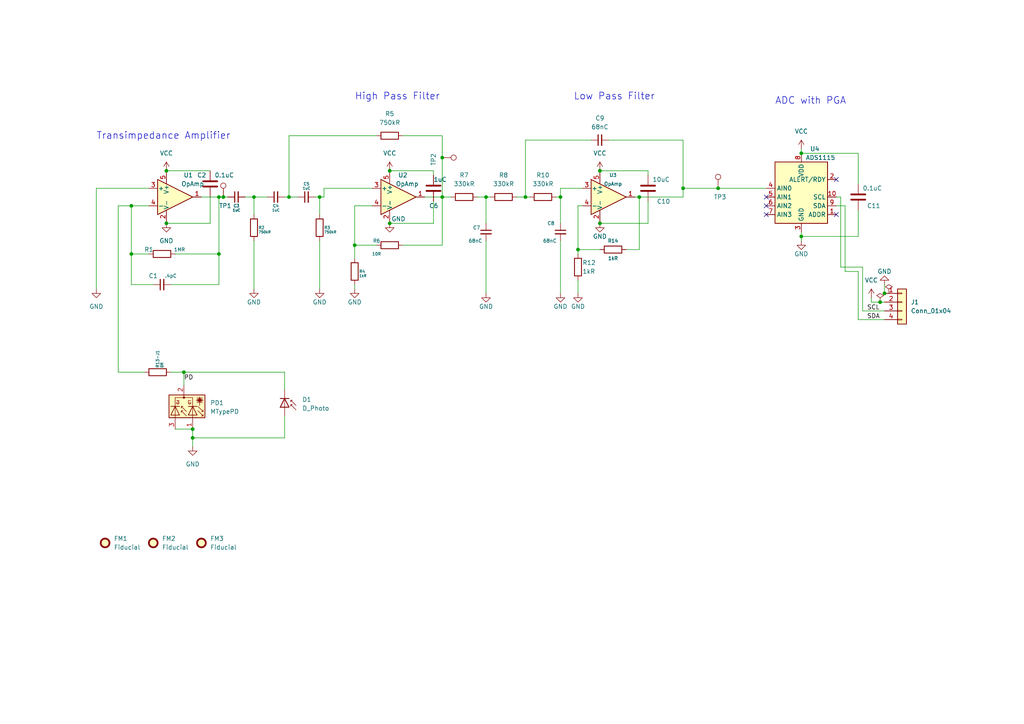
<source format=kicad_sch>
(kicad_sch (version 20250114) (generator "eeschema") (generator_version "9.0")
  (paper "A4")
  (title_block (title "Hemodilution PPG Circuit") (date "5/12/2025") (rev "A"))
  (lib_symbols
    (symbol "Amplifier_Operational:OPA842xDBV" (pin_names (offset 0.127))
      (property "Reference" "U" (at -1.27 6.35 0))
      (property "Value" "OPA842xDBV" (at -1.27 3.81 0))
      (symbol "OPA842xDBV_0_1"
        (polyline (pts (xy -5.08 5.08) (xy 5.08 0) (xy -5.08 -5.08) (xy -5.08 5.08)) (stroke (width 0.254)) (fill (type background)))
        (pin power_in line (at -2.54 7.62 270) (length 3.81) (name "V+") (number "5"))
        (pin power_in line (at -2.54 -7.62 90) (length 3.81) (name "V-") (number "2"))
      )
      (symbol "OPA842xDBV_1_1"
        (pin input line (at -7.62 2.54 0) (length 2.54) (name "+") (number "3"))
        (pin input line (at -7.62 -2.54 0) (length 2.54) (name "-") (number "4"))
        (pin output line (at 7.62 0 180) (length 2.54) (name "~") (number "1"))
      )
    )
    (symbol "Analog_ADC:ADS1115IDGS"
      (property "Reference" "U" (at 2.54 13.97 0))
      (property "Value" "ADS1115IDGS" (at 7.62 11.43 0))
      (symbol "ADS1115IDGS_0_1"
        (rectangle (start -7.62 10.16) (end 7.62 -7.62) (stroke (width 0.254)) (fill (type background)))
      )
      (symbol "ADS1115IDGS_1_1"
        (pin input line (at -10.16 2.54 0) (length 2.54) (name "AIN0") (number "4"))
        (pin input line (at -10.16 0 0) (length 2.54) (name "AIN1") (number "5"))
        (pin input line (at -10.16 -2.54 0) (length 2.54) (name "AIN2") (number "6"))
        (pin input line (at -10.16 -5.08 0) (length 2.54) (name "AIN3") (number "7"))
        (pin power_in line (at 0 12.7 270) (length 2.54) (name "VDD") (number "8"))
        (pin power_in line (at 0 -10.16 90) (length 2.54) (name "GND") (number "3"))
        (pin output line (at 10.16 5.08 180) (length 2.54) (name "ALERT/RDY") (number "2"))
        (pin input line (at 10.16 0 180) (length 2.54) (name "SCL") (number "10"))
        (pin bidirectional line (at 10.16 -2.54 180) (length 2.54) (name "SDA") (number "9"))
        (pin input line (at 10.16 -5.08 180) (length 2.54) (name "ADDR") (number "1"))
      )
    )
    (symbol "Connector:TestPoint" (pin_numbers (hide yes)) (pin_names (offset 0.762) (hide yes))
      (property "Reference" "TP" (at 0 6.858 0))
      (property "Value" "TestPoint" (at 0 5.08 0))
      (symbol "TestPoint_0_1"
        (circle (center 0 3.302) (radius 0.762))
      )
      (symbol "TestPoint_1_1"
        (pin passive line (at 0 0 90) (length 2.54) (name "1") (number "1"))
      )
    )
    (symbol "Connector_Generic:Conn_01x04" (pin_names (offset 1.016) (hide yes))
      (property "Reference" "J" (at 0 5.08 0))
      (property "Value" "Conn_01x04" (at 0 -7.62 0))
      (symbol "Conn_01x04_1_1"
        (rectangle (start -1.27 3.81) (end 1.27 -6.35) (stroke (width 0.254)) (fill (type background)))
        (rectangle (start -1.27 2.667) (end 0 2.413) (stroke (width 0.1524)))
        (rectangle (start -1.27 0.127) (end 0 -0.127) (stroke (width 0.1524)))
        (rectangle (start -1.27 -2.413) (end 0 -2.667) (stroke (width 0.1524)))
        (rectangle (start -1.27 -4.953) (end 0 -5.207) (stroke (width 0.1524)))
        (pin passive line (at -5.08 2.54 0) (length 3.81) (name "Pin_1") (number "1"))
        (pin passive line (at -5.08 0 0) (length 3.81) (name "Pin_2") (number "2"))
        (pin passive line (at -5.08 -2.54 0) (length 3.81) (name "Pin_3") (number "3"))
        (pin passive line (at -5.08 -5.08 0) (length 3.81) (name "Pin_4") (number "4"))
      )
    )
    (symbol "Device:C" (pin_numbers (hide yes)) (pin_names (offset 0.254))
      (property "Reference" "C" (at 0.635 2.54 0))
      (property "Value" "C" (at 0.635 -2.54 0))
      (symbol "C_0_1"
        (polyline (pts (xy -2.032 0.762) (xy 2.032 0.762)) (stroke (width 0.508)))
        (polyline (pts (xy -2.032 -0.762) (xy 2.032 -0.762)) (stroke (width 0.508)))
      )
      (symbol "C_1_1"
        (pin passive line (at 0 3.81 270) (length 2.794) (name "~") (number "1"))
        (pin passive line (at 0 -3.81 90) (length 2.794) (name "~") (number "2"))
      )
    )
    (symbol "Device:C_Small" (pin_numbers (hide yes)) (pin_names (offset 0.254) (hide yes))
      (property "Reference" "C" (at 0.254 1.778 0))
      (property "Value" "C_Small" (at 0.254 -2.032 0))
      (symbol "C_Small_0_1"
        (polyline (pts (xy -1.524 0.508) (xy 1.524 0.508)) (stroke (width 0.3048)))
        (polyline (pts (xy -1.524 -0.508) (xy 1.524 -0.508)) (stroke (width 0.3302)))
      )
      (symbol "C_Small_1_1"
        (pin passive line (at 0 2.54 270) (length 2.032) (name "~") (number "1"))
        (pin passive line (at 0 -2.54 90) (length 2.032) (name "~") (number "2"))
      )
    )
    (symbol "Device:D_Laser_Photo_MType" (pin_names (hide yes))
      (property "Reference" "LD" (at 1.016 7.112 0))
      (property "Value" "D_Laser_Photo_MType" (at 1.016 -5.588 0))
      (symbol "D_Laser_Photo_MType_0_1"
        (polyline (pts (xy -2.54 0) (xy -1.524 0)))
        (polyline (pts (xy -1.524 5.334) (xy 0 3.81)))
        (polyline (pts (xy -1.524 4.826) (xy 0 4.318)))
        (polyline (pts (xy -1.524 4.318) (xy 0 4.826)))
        (polyline (pts (xy -1.524 3.81) (xy 0 5.334)))
        (circle (center -1.524 0) (radius 0.254) (fill (type outline)))
        (polyline (pts (xy -1.016 5.334) (xy -0.508 3.81)))
        (polyline (pts (xy -0.762 4.572) (xy -0.762 5.588)))
        (polyline (pts (xy -0.762 4.572) (xy -0.762 3.556)))
        (polyline (pts (xy -0.635 2.032) (xy -0.635 1.27) (xy -0.254 1.27)))
        (polyline (pts (xy -0.635 -1.397) (xy -0.635 -2.159)))
        (arc (start -0.508 -1.397) (mid -0.3298 -1.5875) (end -0.508 -1.778))
        (polyline (pts (xy -0.508 5.334) (xy -1.016 3.81)))
        (arc (start 0 2.032) (mid 0.3794 1.651) (end 0 1.27))
        (arc (start 0 -1.397) (mid 0.3794 -1.778) (end 0 -2.159))
        (polyline (pts (xy 0 2.032) (xy 0 1.27)))
        (polyline (pts (xy 0 -1.397) (xy 0 -2.159)))
        (polyline (pts (xy 0.762 4.572) (xy -1.778 4.572)))
        (polyline (pts (xy 1.016 4.064) (xy 2.54 5.588) (xy 2.54 5.08) (xy 2.54 5.588) (xy 2.032 5.588)))
        (polyline (pts (xy 1.016 3.81) (xy 1.016 1.27)) (stroke (width 0.2032)))
        (polyline (pts (xy 1.016 -0.762) (xy 1.524 -0.762)))
        (polyline (pts (xy 1.016 -1.27) (xy 1.016 -3.81)) (stroke (width 0.2032)))
        (polyline (pts (xy 2.286 4.064) (xy 3.81 5.588) (xy 3.81 5.08)))
        (polyline (pts (xy 2.54 0.762) (xy 1.016 -0.762) (xy 1.016 -0.254)))
        (polyline (pts (xy 3.556 3.81) (xy 3.556 1.27) (xy 1.016 2.54) (xy 3.556 3.81)) (stroke (width 0.2032)))
        (polyline (pts (xy 3.556 -1.27) (xy 3.556 -3.81) (xy 1.016 -2.54) (xy 3.556 -1.27)) (stroke (width 0.2032)))
        (polyline (pts (xy 3.81 5.588) (xy 3.302 5.588)))
        (polyline (pts (xy 3.81 0.762) (xy 2.286 -0.762) (xy 2.286 -0.254) (xy 2.286 -0.762) (xy 2.794 -0.762)))
        (rectangle (start 4.318 6.096) (end -2.286 -4.318) (stroke (width 0.254)) (fill (type background)))
        (polyline (pts (xy 5.08 2.54) (xy -1.524 2.54) (xy -1.524 -2.54) (xy 5.08 -2.54)))
      )
      (symbol "D_Laser_Photo_MType_1_1"
        (pin passive line (at -5.08 0 0) (length 2.54) (name "~") (number "2"))
        (pin passive line (at 7.62 2.54 180) (length 2.54) (name "~") (number "1"))
        (pin passive line (at 7.62 -2.54 180) (length 2.54) (name "~") (number "3"))
      )
    )
    (symbol "Device:D_Photo" (pin_numbers (hide yes)) (pin_names (hide yes))
      (property "Reference" "D" (at 0.508 1.778 0))
      (property "Value" "D_Photo" (at -1.016 -2.794 0))
      (symbol "D_Photo_0_1"
        (polyline (pts (xy -2.54 1.27) (xy -2.54 -1.27)) (stroke (width 0.254)))
        (polyline (pts (xy -2.032 1.778) (xy -1.524 1.778)))
        (polyline (pts (xy -0.508 3.302) (xy -2.032 1.778) (xy -2.032 2.286)))
        (polyline (pts (xy 0 0) (xy -2.54 0)))
        (polyline (pts (xy 0 -1.27) (xy 0 1.27) (xy -2.54 0) (xy 0 -1.27)) (stroke (width 0.254)))
        (polyline (pts (xy 0.762 3.302) (xy -0.762 1.778) (xy -0.762 2.286) (xy -0.762 1.778) (xy -0.254 1.778)))
      )
      (symbol "D_Photo_1_1"
        (pin passive line (at -5.08 0 0) (length 2.54) (name "K") (number "1"))
        (pin passive line (at 2.54 0 180) (length 2.54) (name "A") (number "2"))
      )
    )
    (symbol "Device:R" (pin_numbers (hide yes)) (pin_names (offset 0))
      (property "Reference" "R" (at 2.032 0 90))
      (property "Value" "R" (at 0 0 90))
      (symbol "R_0_1"
        (rectangle (start -1.016 -2.54) (end 1.016 2.54) (stroke (width 0.254)))
      )
      (symbol "R_1_1"
        (pin passive line (at 0 3.81 270) (length 1.27) (name "~") (number "1"))
        (pin passive line (at 0 -3.81 90) (length 1.27) (name "~") (number "2"))
      )
    )
    (symbol "Mechanical:Fiducial"
      (property "Reference" "FID" (at 0 5.08 0))
      (property "Value" "Fiducial" (at 0 3.175 0))
      (symbol "Fiducial_0_1"
        (circle (center 0 0) (radius 1.27) (stroke (width 0.508)) (fill (type background)))
      )
    )
    (symbol "power:GND" (power) (pin_names (offset 0))
      (property "Value" "GND" (at 0 -3.81 0))
      (symbol "GND_0_1"
        (polyline (pts (xy 0 0) (xy 0 -1.27) (xy 1.27 -1.27) (xy 0 -2.54) (xy -1.27 -1.27) (xy 0 -1.27)))
      )
      (symbol "GND_1_1"
        (pin power_in line (at 0 0 270) (length 0) (hide yes) (name "GND") (number "1"))
      )
    )
    (symbol "power:PWR_FLAG" (power) (pin_numbers (hide yes)) (pin_names (offset 0) (hide yes))
      (property "Value" "PWR_FLAG" (at 0 3.81 0))
      (symbol "PWR_FLAG_0_0"
        (pin power_out line (at 0 0 90) (length 0) (name "pwr") (number "1"))
      )
      (symbol "PWR_FLAG_0_1"
        (polyline (pts (xy 0 0) (xy 0 1.27) (xy -1.016 1.905) (xy 0 2.54) (xy 1.016 1.905) (xy 0 1.27)))
      )
    )
    (symbol "power:VCC" (power) (pin_names (offset 0))
      (property "Value" "VCC" (at 0 3.81 0))
      (symbol "VCC_0_1"
        (polyline (pts (xy -0.762 1.27) (xy 0 2.54)))
        (polyline (pts (xy 0 2.54) (xy 0.762 1.27)))
        (polyline (pts (xy 0 0) (xy 0 2.54)))
      )
      (symbol "VCC_1_1"
        (pin power_in line (at 0 0 90) (length 0) (hide yes) (name "VCC") (number "1"))
      )
    )
  )
  (text "High Pass Filter" (at 102.87 29.21 0) (effects (font (size 2 2)) (justify left bottom)))
  (text "ADC with PGA" (at 224.79 30.48 0) (effects (font (size 2 2)) (justify left bottom)))
  (text "Low Pass Filter" (at 166.37 29.21 0) (effects (font (size 2 2)) (justify left bottom)))
  (text "Transimpedance Amplifier" (at 27.94 40.64 0) (effects (font (size 2 2)) (justify left bottom)))
  (junction (at 198.12 54.61))
  (junction (at 64.77 57.15))
  (junction (at 53.34 107.95))
  (junction (at 48.26 64.77))
  (junction (at 162.56 57.15))
  (junction (at 152.4 57.15))
  (junction (at 102.87 71.12))
  (junction (at 38.1 59.69))
  (junction (at 256.54 85.09))
  (junction (at 208.28 54.61))
  (junction (at 128.27 45.72))
  (junction (at 113.03 49.53))
  (junction (at 92.71 57.15))
  (junction (at 55.88 124.46))
  (junction (at 173.99 49.53))
  (junction (at 232.41 44.45))
  (junction (at 232.41 68.58))
  (junction (at 185.42 57.15))
  (junction (at 173.99 64.77))
  (junction (at 128.27 57.15))
  (junction (at 167.64 72.39))
  (junction (at 113.03 64.77))
  (junction (at 73.66 57.15))
  (junction (at 63.5 57.15))
  (junction (at 140.97 57.15))
  (junction (at 255.27 87.63))
  (junction (at 38.1 73.66))
  (junction (at 48.26 49.53))
  (junction (at 83.82 57.15))
  (junction (at 55.88 127))
  (junction (at 63.5 73.66))
  (no_connect (at 222.25 57.15))
  (no_connect (at 222.25 59.69))
  (no_connect (at 222.25 62.23))
  (no_connect (at 242.57 62.23))
  (no_connect (at 242.57 52.07))
  (wire (pts (xy 53.34 107.95) (xy 53.34 111.76)))
  (wire (pts (xy 130.81 57.15) (xy 128.27 57.15)))
  (wire (pts (xy 187.96 49.53) (xy 187.96 50.8)))
  (wire (pts (xy 198.12 40.64) (xy 198.12 54.61)))
  (wire (pts (xy 60.96 57.15) (xy 60.96 64.77)))
  (wire (pts (xy 102.87 74.93) (xy 102.87 71.12)))
  (wire (pts (xy 162.56 57.15) (xy 162.56 64.77)))
  (wire (pts (xy 91.44 57.15) (xy 92.71 57.15)))
  (wire (pts (xy 123.19 57.15) (xy 128.27 57.15)))
  (wire (pts (xy 63.5 57.15) (xy 63.5 73.66)))
  (wire (pts (xy 53.34 107.95) (xy 82.55 107.95)))
  (wire (pts (xy 256.54 85.09) (xy 257.81 85.09)))
  (wire (pts (xy 102.87 71.12) (xy 102.87 59.69)))
  (wire (pts (xy 38.1 73.66) (xy 38.1 82.55)))
  (wire (pts (xy 34.29 59.69) (xy 34.29 107.95)))
  (wire (pts (xy 167.64 72.39) (xy 167.64 59.69)))
  (wire (pts (xy 128.27 45.72) (xy 128.27 57.15)))
  (wire (pts (xy 73.66 57.15) (xy 77.47 57.15)))
  (wire (pts (xy 162.56 57.15) (xy 162.56 54.61)))
  (wire (pts (xy 125.73 64.77) (xy 125.73 58.42)))
  (wire (pts (xy 245.11 59.69) (xy 245.11 78.74)))
  (wire (pts (xy 55.88 127) (xy 55.88 129.54)))
  (wire (pts (xy 250.19 77.47) (xy 250.19 90.17)))
  (wire (pts (xy 82.55 107.95) (xy 82.55 113.03)))
  (wire (pts (xy 167.64 85.09) (xy 167.64 81.28)))
  (wire (pts (xy 82.55 57.15) (xy 83.82 57.15)))
  (wire (pts (xy 140.97 57.15) (xy 140.97 64.77)))
  (wire (pts (xy 55.88 124.46) (xy 55.88 127)))
  (wire (pts (xy 38.1 59.69) (xy 43.18 59.69)))
  (wire (pts (xy 184.15 57.15) (xy 185.42 57.15)))
  (wire (pts (xy 198.12 57.15) (xy 198.12 54.61)))
  (wire (pts (xy 113.03 64.77) (xy 125.73 64.77)))
  (wire (pts (xy 208.28 54.61) (xy 222.25 54.61)))
  (wire (pts (xy 198.12 54.61) (xy 208.28 54.61)))
  (wire (pts (xy 232.41 43.18) (xy 232.41 44.45)))
  (wire (pts (xy 140.97 57.15) (xy 142.24 57.15)))
  (wire (pts (xy 167.64 72.39) (xy 173.99 72.39)))
  (wire (pts (xy 245.11 78.74) (xy 248.92 78.74)))
  (wire (pts (xy 83.82 39.37) (xy 109.22 39.37)))
  (wire (pts (xy 71.12 57.15) (xy 73.66 57.15)))
  (wire (pts (xy 256.54 82.55) (xy 256.54 85.09)))
  (wire (pts (xy 161.29 57.15) (xy 162.56 57.15)))
  (wire (pts (xy 248.92 44.45) (xy 232.41 44.45)))
  (wire (pts (xy 102.87 82.55) (xy 102.87 83.82)))
  (wire (pts (xy 102.87 71.12) (xy 109.22 71.12)))
  (wire (pts (xy 50.8 124.46) (xy 55.88 124.46)))
  (wire (pts (xy 102.87 59.69) (xy 107.95 59.69)))
  (wire (pts (xy 152.4 40.64) (xy 152.4 57.15)))
  (wire (pts (xy 83.82 39.37) (xy 83.82 57.15)))
  (wire (pts (xy 113.03 49.53) (xy 125.73 49.53)))
  (wire (pts (xy 252.73 86.36) (xy 252.73 87.63)))
  (wire (pts (xy 34.29 107.95) (xy 41.91 107.95)))
  (wire (pts (xy 167.64 59.69) (xy 168.91 59.69)))
  (wire (pts (xy 176.53 40.64) (xy 198.12 40.64)))
  (wire (pts (xy 38.1 82.55) (xy 44.45 82.55)))
  (wire (pts (xy 153.67 57.15) (xy 152.4 57.15)))
  (wire (pts (xy 48.26 49.53) (xy 60.96 49.53)))
  (wire (pts (xy 92.71 57.15) (xy 92.71 62.23)))
  (wire (pts (xy 34.29 59.69) (xy 38.1 59.69)))
  (wire (pts (xy 64.77 57.15) (xy 63.5 57.15)))
  (wire (pts (xy 82.55 120.65) (xy 82.55 127)))
  (wire (pts (xy 55.88 127) (xy 82.55 127)))
  (wire (pts (xy 243.84 77.47) (xy 250.19 77.47)))
  (wire (pts (xy 64.77 57.15) (xy 66.04 57.15)))
  (wire (pts (xy 242.57 59.69) (xy 245.11 59.69)))
  (wire (pts (xy 243.84 57.15) (xy 243.84 77.47)))
  (wire (pts (xy 250.19 90.17) (xy 256.54 90.17)))
  (wire (pts (xy 128.27 71.12) (xy 128.27 57.15)))
  (wire (pts (xy 125.73 49.53) (xy 125.73 50.8)))
  (wire (pts (xy 173.99 64.77) (xy 187.96 64.77)))
  (wire (pts (xy 232.41 68.58) (xy 232.41 67.31)))
  (wire (pts (xy 92.71 69.85) (xy 92.71 83.82)))
  (wire (pts (xy 138.43 57.15) (xy 140.97 57.15)))
  (wire (pts (xy 50.8 73.66) (xy 63.5 73.66)))
  (wire (pts (xy 232.41 68.58) (xy 232.41 69.85)))
  (wire (pts (xy 73.66 69.85) (xy 73.66 83.82)))
  (wire (pts (xy 248.92 78.74) (xy 248.92 92.71)))
  (wire (pts (xy 58.42 57.15) (xy 63.5 57.15)))
  (wire (pts (xy 53.34 107.95) (xy 49.53 107.95)))
  (wire (pts (xy 162.56 69.85) (xy 162.56 85.09)))
  (wire (pts (xy 38.1 59.69) (xy 38.1 73.66)))
  (wire (pts (xy 60.96 64.77) (xy 48.26 64.77)))
  (wire (pts (xy 38.1 73.66) (xy 43.18 73.66)))
  (wire (pts (xy 140.97 69.85) (xy 140.97 85.09)))
  (wire (pts (xy 243.84 57.15) (xy 242.57 57.15)))
  (wire (pts (xy 248.92 92.71) (xy 256.54 92.71)))
  (wire (pts (xy 93.98 54.61) (xy 107.95 54.61)))
  (wire (pts (xy 27.94 54.61) (xy 43.18 54.61)))
  (wire (pts (xy 181.61 72.39) (xy 185.42 72.39)))
  (wire (pts (xy 248.92 60.96) (xy 248.92 68.58)))
  (wire (pts (xy 185.42 72.39) (xy 185.42 57.15)))
  (wire (pts (xy 252.73 87.63) (xy 255.27 87.63)))
  (wire (pts (xy 248.92 68.58) (xy 232.41 68.58)))
  (wire (pts (xy 187.96 64.77) (xy 187.96 58.42)))
  (wire (pts (xy 83.82 57.15) (xy 86.36 57.15)))
  (wire (pts (xy 248.92 44.45) (xy 248.92 53.34)))
  (wire (pts (xy 116.84 71.12) (xy 128.27 71.12)))
  (wire (pts (xy 162.56 54.61) (xy 168.91 54.61)))
  (wire (pts (xy 255.27 87.63) (xy 256.54 87.63)))
  (wire (pts (xy 116.84 39.37) (xy 128.27 39.37)))
  (wire (pts (xy 92.71 57.15) (xy 93.98 57.15)))
  (wire (pts (xy 167.64 73.66) (xy 167.64 72.39)))
  (wire (pts (xy 63.5 82.55) (xy 63.5 73.66)))
  (wire (pts (xy 27.94 83.82) (xy 27.94 54.61)))
  (wire (pts (xy 173.99 49.53) (xy 187.96 49.53)))
  (wire (pts (xy 171.45 40.64) (xy 152.4 40.64)))
  (wire (pts (xy 152.4 57.15) (xy 149.86 57.15)))
  (wire (pts (xy 93.98 57.15) (xy 93.98 54.61)))
  (wire (pts (xy 185.42 57.15) (xy 198.12 57.15)))
  (wire (pts (xy 73.66 57.15) (xy 73.66 62.23)))
  (wire (pts (xy 128.27 39.37) (xy 128.27 45.72)))
  (wire (pts (xy 49.53 82.55) (xy 63.5 82.55)))
  (label "SCL" (at 251.46 90.17 0))
  (label "PD" (at 53.34 110.49 0))
  (label "SDA" (at 251.46 92.71 0))
  (symbol (lib_id "Connector_Generic:Conn_01x04") (at 261.62 87.63 0) (unit 1)
    (property "Reference" "J1" (at 264.16 87.63 0) (effects (justify left)))
    (property "Value" "Conn_01x04" (at 264.16 90.17 0) (effects (justify left)))
    (property "Footprint" "Connector_PinSocket_2.54mm:PinSocket_1x04_P2.54mm_Vertical" (effects (hide yes)))
  )
  (symbol (lib_id "power:GND") (at 162.56 85.09 0) (unit 1)
    (property "Reference" "#PWR013" (effects (hide yes)))
    (property "Value" "GND" (at 162.56 88.9 0))
  )
  (symbol (lib_id "power:VCC") (at 173.99 49.53 0) (unit 1)
    (property "Reference" "#PWR016" (effects (hide yes)))
    (property "Value" "VCC" (at 173.99 44.45 0))
  )
  (symbol (lib_id "power:GND") (at 48.26 64.77 0) (unit 1)
    (property "Reference" "#PWR03" (effects (hide yes)))
    (property "Value" "GND" (at 48.26 69.85 0))
  )
  (symbol (lib_id "Device:C") (at 125.73 54.61 0) (unit 1)
    (property "Reference" "C6" (at 124.46 59.69 0) (effects (justify left)))
    (property "Value" "1uC" (at 125.73 52.07 0) (effects (justify left)))
    (property "Footprint" "Capacitor_SMD:C_0603_1608Metric" (effects (hide yes)))
  )
  (symbol (lib_id "power:VCC") (at 232.41 43.18 0) (unit 1)
    (property "Reference" "#PWR021" (effects (hide yes)))
    (property "Value" "VCC" (at 232.41 38.1 0))
  )
  (symbol (lib_id "Device:C_Small") (at 68.58 57.15 90) (unit 1)
    (property "Reference" "C3" (at 68.58 59.69 90) (effects (font (size 0.85 0.85))))
    (property "Value" "1uC" (at 68.58 60.96 90) (effects (font (size 0.75 0.75))))
    (property "Footprint" "Capacitor_SMD:C_0603_1608Metric" (effects (hide yes)))
  )
  (symbol (lib_id "Device:C") (at 187.96 54.61 0) (unit 1)
    (property "Reference" "C10" (at 190.5 58.42 0) (effects (justify left)))
    (property "Value" "10uC" (at 189.23 52.07 0) (effects (justify left)))
    (property "Footprint" "Capacitor_SMD:C_0603_1608Metric" (effects (hide yes)))
  )
  (symbol (lib_id "Device:R") (at 92.71 66.04 0) (unit 1)
    (property "Reference" "R3" (at 93.98 66.04 0) (effects (font (size 0.85 0.85)) (justify left)))
    (property "Value" "750kR" (at 93.98 67.31 0) (effects (font (size 0.75 0.75)) (justify left)))
    (property "Footprint" "Resistor_SMD:R_0603_1608Metric" (effects (hide yes)))
  )
  (symbol (lib_id "Mechanical:Fiducial") (at 44.45 157.48 0) (unit 1)
    (property "Reference" "FM2" (at 46.99 156.21 0) (effects (justify left)))
    (property "Value" "Fiducial" (at 46.99 158.75 0) (effects (justify left)))
    (property "Footprint" "Fiducial:Fiducial_1mm_Mask2mm" (effects (hide yes)))
  )
  (symbol (lib_id "Device:C_Small") (at 140.97 67.31 0) (unit 1)
    (property "Reference" "C7" (at 137.16 66.04 0) (effects (font (size 1 1)) (justify left)))
    (property "Value" "68nC" (at 135.89 69.85 0) (effects (font (size 1 1)) (justify left)))
    (property "Footprint" "Capacitor_SMD:C_0603_1608Metric" (effects (hide yes)))
  )
  (symbol (lib_id "Connector:TestPoint") (at 64.77 57.15 0) (unit 1)
    (property "Reference" "TP1" (at 63.5 59.69 0) (effects (justify left)))
    (property "Value" "TestPoint" (effects (hide yes)))
    (property "Footprint" "TestPoint:TestPoint_Keystone_5000-5004_Miniature" (effects (hide yes)))
  )
  (symbol (lib_id "power:VCC") (at 48.26 49.53 0) (unit 1)
    (property "Reference" "#PWR02" (effects (hide yes)))
    (property "Value" "VCC" (at 48.26 44.45 0))
  )
  (symbol (lib_id "Device:C_Small") (at 162.56 67.31 0) (unit 1)
    (property "Reference" "C8" (at 158.75 64.77 0) (effects (font (size 1 1)) (justify left)))
    (property "Value" "68nC" (at 157.48 69.85 0) (effects (font (size 1 1)) (justify left)))
    (property "Footprint" "Capacitor_SMD:C_0603_1608Metric" (effects (hide yes)))
  )
  (symbol (lib_id "Device:R") (at 177.8 72.39 90) (unit 1)
    (property "Reference" "R14" (at 177.8 69.85 90) (effects (font (size 1 1))))
    (property "Value" "1kR" (at 177.8 74.93 90) (effects (font (size 1 1))))
    (property "Footprint" "Resistor_SMD:R_0603_1608Metric" (effects (hide yes)))
  )
  (symbol (lib_id "power:GND") (at 113.03 64.77 0) (unit 1)
    (property "Reference" "#PWR09" (effects (hide yes)))
    (property "Value" "GND" (at 115.57 63.5 0))
  )
  (symbol (lib_id "power:GND") (at 27.94 83.82 0) (unit 1)
    (property "Reference" "#PWR01" (effects (hide yes)))
    (property "Value" "GND" (at 27.94 88.9 0))
  )
  (symbol (lib_id "Amplifier_Operational:OPA842xDBV") (at 176.53 57.15 0) (unit 1)
    (property "Reference" "U3" (at 177.8 50.8 0) (effects (font (size 1 1))))
    (property "Value" "OpAmp" (at 177.8 53.34 0) (effects (font (size 1 1))))
    (property "Footprint" "Package_TO_SOT_SMD:SOT-23-5" (effects (hide yes)))
    (property "Datasheet" "https://www.st.com/resource/en/datasheet/tsv7721.pdf" (effects (hide yes)))
  )
  (symbol (lib_id "Device:R") (at 113.03 71.12 90) (unit 1)
    (property "Reference" "R6" (at 109.22 69.85 90) (effects (font (size 1 1))))
    (property "Value" "10R" (at 109.22 73.66 90) (effects (font (size 0.85 0.85))))
    (property "Footprint" "Resistor_SMD:R_0603_1608Metric" (effects (hide yes)))
  )
  (symbol (lib_id "power:GND") (at 173.99 64.77 0) (unit 1)
    (property "Reference" "#PWR017" (effects (hide yes)))
    (property "Value" "GND" (at 173.99 68.58 0))
  )
  (symbol (lib_id "Device:C_Small") (at 88.9 57.15 90) (unit 1)
    (property "Reference" "C5" (at 88.9 53.34 90) (effects (font (size 0.85 0.85))))
    (property "Value" "1uC" (at 88.9 54.61 90) (effects (font (size 0.75 0.75))))
    (property "Footprint" "Capacitor_SMD:C_0603_1608Metric" (effects (hide yes)))
  )
  (symbol (lib_id "power:GND") (at 256.54 82.55 180) (unit 1)
    (property "Reference" "#PWR023" (effects (hide yes)))
    (property "Value" "GND" (at 256.54 78.74 0))
  )
  (symbol (lib_id "Connector:TestPoint") (at 208.28 54.61 0) (unit 1)
    (property "Reference" "TP3" (at 207.01 57.15 0) (effects (justify left)))
    (property "Value" "TestPoint" (effects (hide yes)))
    (property "Footprint" "TestPoint:TestPoint_Keystone_5000-5004_Miniature" (effects (hide yes)))
  )
  (symbol (lib_id "Device:C_Small") (at 46.99 82.55 90) (unit 1)
    (property "Reference" "C1" (at 44.45 80.01 90))
    (property "Value" ".4pC" (at 49.53 80.01 90) (effects (font (size 1 1))))
    (property "Footprint" "Capacitor_SMD:C_0603_1608Metric" (effects (hide yes)))
  )
  (symbol (lib_id "Connector:TestPoint") (at 128.27 45.72 270) (unit 1)
    (property "Reference" "TP2" (at 125.73 44.45 0) (effects (justify left)))
    (property "Value" "TestPoint" (effects (hide yes)))
    (property "Footprint" "TestPoint:TestPoint_Keystone_5000-5004_Miniature" (effects (hide yes)))
  )
  (symbol (lib_id "Device:R") (at 167.64 77.47 0) (unit 1)
    (property "Reference" "R12" (at 168.91 76.2 0) (effects (justify left)))
    (property "Value" "1kR" (at 168.91 78.74 0) (effects (justify left)))
    (property "Footprint" "Resistor_SMD:R_0603_1608Metric" (effects (hide yes)))
  )
  (symbol (lib_id "power:GND") (at 232.41 69.85 0) (unit 1)
    (property "Reference" "#PWR022" (effects (hide yes)))
    (property "Value" "GND" (at 232.41 73.66 0))
  )
  (symbol (lib_id "Device:R") (at 102.87 78.74 0) (unit 1)
    (property "Reference" "R4" (at 104.14 78.74 0) (effects (font (size 0.85 0.85)) (justify left)))
    (property "Value" "1kR" (at 104.14 80.01 0) (effects (font (size 0.75 0.75)) (justify left)))
    (property "Footprint" "Resistor_SMD:R_0603_1608Metric" (effects (hide yes)))
  )
  (symbol (lib_id "Amplifier_Operational:OPA842xDBV") (at 115.57 57.15 0) (unit 1)
    (property "Reference" "U2" (at 116.84 50.8 0))
    (property "Value" "OpAmp" (at 118.11 53.34 0))
    (property "Footprint" "Package_TO_SOT_SMD:SOT-23-5" (effects (hide yes)))
    (property "Datasheet" "https://www.st.com/resource/en/datasheet/tsv7721.pdf" (effects (hide yes)))
  )
  (symbol (lib_id "power:GND") (at 55.88 129.54 0) (unit 1)
    (property "Reference" "#PWR04" (effects (hide yes)))
    (property "Value" "GND" (at 55.88 134.62 0))
  )
  (symbol (lib_id "power:GND") (at 140.97 85.09 0) (unit 1)
    (property "Reference" "#PWR010" (effects (hide yes)))
    (property "Value" "GND" (at 140.97 88.9 0))
  )
  (symbol (lib_id "power:PWR_FLAG") (at 255.27 87.63 0) (unit 1)
    (property "Reference" "#FLG01" (effects (hide yes)))
    (property "Value" "PWR_FLAG" (effects (hide yes)))
  )
  (symbol (lib_id "Device:D_Laser_Photo_MType") (at 53.34 116.84 270) (unit 1)
    (property "Reference" "PD1" (at 60.96 116.84 90) (effects (justify left)))
    (property "Value" "MTypePD" (at 60.96 119.38 90) (effects (justify left)))
    (property "Footprint" "ppg:FGA21" (effects (hide yes)))
    (property "Datasheet" "https://www.thorlabs.com/thorProduct.cfm?partNumber=FGA21" (effects (hide yes)))
  )
  (symbol (lib_id "Device:R") (at 73.66 66.04 0) (unit 1)
    (property "Reference" "R2" (at 74.93 66.04 0) (effects (font (size 0.85 0.85)) (justify left)))
    (property "Value" "750kR" (at 74.93 67.31 0) (effects (font (size 0.75 0.75)) (justify left)))
    (property "Footprint" "Resistor_SMD:R_0603_1608Metric" (effects (hide yes)))
  )
  (symbol (lib_id "power:VCC") (at 252.73 86.36 0) (unit 1)
    (property "Reference" "#PWR025" (effects (hide yes)))
    (property "Value" "VCC" (at 252.73 81.28 0))
  )
  (symbol (lib_id "power:GND") (at 167.64 85.09 0) (unit 1)
    (property "Reference" "#PWR014" (effects (hide yes)))
    (property "Value" "GND" (at 167.64 88.9 0))
  )
  (symbol (lib_id "Mechanical:Fiducial") (at 58.42 157.48 0) (unit 1)
    (property "Reference" "FM3" (at 60.96 156.21 0) (effects (justify left)))
    (property "Value" "Fiducial" (at 60.96 158.75 0) (effects (justify left)))
    (property "Footprint" "Fiducial:Fiducial_1mm_Mask2mm" (effects (hide yes)))
  )
  (symbol (lib_id "power:PWR_FLAG") (at 257.81 85.09 0) (unit 1)
    (property "Reference" "#FLG02" (effects (hide yes)))
    (property "Value" "PWR_FLAG" (effects (hide yes)))
  )
  (symbol (lib_id "power:GND") (at 92.71 83.82 0) (unit 1)
    (property "Reference" "#PWR06" (effects (hide yes)))
    (property "Value" "GND" (at 92.71 87.63 0))
  )
  (symbol (lib_id "power:VCC") (at 113.03 49.53 0) (unit 1)
    (property "Reference" "#PWR08" (effects (hide yes)))
    (property "Value" "VCC" (at 113.03 44.45 0))
  )
  (symbol (lib_id "Device:C_Small") (at 80.01 57.15 90) (unit 1)
    (property "Reference" "C4" (at 80.01 59.69 90) (effects (font (size 0.85 0.85))))
    (property "Value" "1uC" (at 80.01 60.96 90) (effects (font (size 0.75 0.75))))
    (property "Footprint" "Capacitor_SMD:C_0603_1608Metric" (effects (hide yes)))
  )
  (symbol (lib_id "Device:R") (at 157.48 57.15 90) (unit 1)
    (property "Reference" "R10" (at 157.48 50.8 90))
    (property "Value" "330kR" (at 157.48 53.34 90))
    (property "Footprint" "Resistor_SMD:R_0603_1608Metric" (effects (hide yes)))
  )
  (symbol (lib_id "Mechanical:Fiducial") (at 30.48 157.48 0) (unit 1)
    (property "Reference" "FM1" (at 33.02 156.21 0) (effects (justify left)))
    (property "Value" "Fiducial" (at 33.02 158.75 0) (effects (justify left)))
    (property "Footprint" "Fiducial:Fiducial_1mm_Mask2mm" (effects (hide yes)))
  )
  (symbol (lib_id "Device:R") (at 45.72 107.95 90) (unit 1)
    (property "Reference" "R13-J1" (at 45.72 106.68 0) (effects (font (size 0.85 0.85)) (justify left)))
    (property "Value" "0R" (at 46.99 106.68 0) (effects (font (size 0.75 0.75)) (justify left)))
    (property "Footprint" "Resistor_SMD:R_0603_1608Metric" (effects (hide yes)))
  )
  (symbol (lib_id "Device:R") (at 134.62 57.15 90) (unit 1)
    (property "Reference" "R7" (at 134.62 50.8 90))
    (property "Value" "330kR" (at 134.62 53.34 90))
    (property "Footprint" "Resistor_SMD:R_0603_1608Metric" (effects (hide yes)))
  )
  (symbol (lib_id "Device:R") (at 46.99 73.66 90) (unit 1)
    (property "Reference" "R1" (at 43.18 72.39 90))
    (property "Value" "1MR" (at 52.07 72.39 90) (effects (font (size 1 1))))
    (property "Footprint" "Resistor_SMD:R_0805_2012Metric" (effects (hide yes)))
  )
  (symbol (lib_id "Device:R") (at 146.05 57.15 90) (unit 1)
    (property "Reference" "R8" (at 146.05 50.8 90))
    (property "Value" "330kR" (at 146.05 53.34 90))
    (property "Footprint" "Resistor_SMD:R_0603_1608Metric" (effects (hide yes)))
  )
  (symbol (lib_id "power:GND") (at 73.66 83.82 0) (unit 1)
    (property "Reference" "#PWR05" (effects (hide yes)))
    (property "Value" "GND" (at 73.66 87.63 0))
  )
  (symbol (lib_id "Device:D_Photo") (at 82.55 118.11 270) (unit 1)
    (property "Reference" "D1" (at 87.63 115.8875 90) (effects (justify left)))
    (property "Value" "D_Photo" (at 87.63 118.4275 90) (effects (justify left)))
    (property "Footprint" "LED_SMD:LED_1206_3216Metric" (effects (hide yes)))
    (property "Datasheet" "https://mm.digikey.com/Volume0/opasdata/d220001/medias/docus/6242/APX-NG011SMD.pdf" (effects (hide yes)))
  )
  (symbol (lib_id "Device:C_Small") (at 173.99 40.64 90) (unit 1)
    (property "Reference" "C9" (at 173.9963 34.29 90))
    (property "Value" "68nC" (at 173.9963 36.83 90))
    (property "Footprint" "Capacitor_SMD:C_0603_1608Metric" (effects (hide yes)))
  )
  (symbol (lib_id "Device:R") (at 113.03 39.37 90) (unit 1)
    (property "Reference" "R5" (at 113.03 33.02 90))
    (property "Value" "750kR" (at 113.03 35.56 90))
    (property "Footprint" "Resistor_SMD:R_0603_1608Metric" (effects (hide yes)))
  )
  (symbol (lib_id "power:GND") (at 102.87 83.82 0) (unit 1)
    (property "Reference" "#PWR07" (effects (hide yes)))
    (property "Value" "GND" (at 102.87 87.63 0))
  )
  (symbol (lib_id "Amplifier_Operational:OPA842xDBV") (at 50.8 57.15 0) (unit 1)
    (property "Reference" "U1" (at 54.61 50.8 0))
    (property "Value" "OpAmp" (at 55.88 53.34 0))
    (property "Footprint" "Package_TO_SOT_SMD:SOT-23-5" (effects (hide yes)))
    (property "Datasheet" "https://www.st.com/resource/en/datasheet/tsv7721.pdf" (effects (hide yes)))
  )
  (symbol (lib_id "Device:C") (at 60.96 53.34 0) (unit 1)
    (property "Reference" "C2" (at 57.15 50.8 0) (effects (justify left)))
    (property "Value" "0.1uC" (at 62.23 50.8 0) (effects (justify left)))
    (property "Footprint" "Capacitor_SMD:C_0603_1608Metric" (effects (hide yes)))
  )
  (symbol (lib_id "Device:C") (at 248.92 57.15 0) (unit 1)
    (property "Reference" "C11" (at 251.46 59.69 0) (effects (justify left)))
    (property "Value" "0.1uC" (at 250.19 54.61 0) (effects (justify left)))
    (property "Footprint" "Capacitor_SMD:C_0603_1608Metric" (effects (hide yes)))
  )
  (symbol (lib_id "Analog_ADC:ADS1115IDGS") (at 232.41 57.15 0) (unit 1)
    (property "Reference" "U4" (at 234.95 43.18 0) (effects (justify left)))
    (property "Value" "ADS1115" (at 233.68 45.72 0) (effects (justify left)))
    (property "Footprint" "Package_SO:TSSOP-10_3x3mm_P0.5mm" (effects (hide yes)))
    (property "Datasheet" "http://www.ti.com/lit/ds/symlink/ads1113.pdf" (effects (hide yes)))
  )
)
</source>
